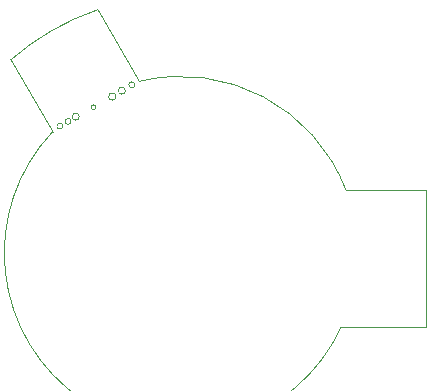
<source format=gbr>
%TF.GenerationSoftware,KiCad,Pcbnew,8.0.4*%
%TF.CreationDate,2024-10-21T16:59:15+03:00*%
%TF.ProjectId,PowerServo AE 36V 3.6A 30D,506f7765-7253-4657-9276-6f2041452033,rev?*%
%TF.SameCoordinates,Original*%
%TF.FileFunction,Profile,NP*%
%FSLAX46Y46*%
G04 Gerber Fmt 4.6, Leading zero omitted, Abs format (unit mm)*
G04 Created by KiCad (PCBNEW 8.0.4) date 2024-10-21 16:59:15*
%MOMM*%
%LPD*%
G01*
G04 APERTURE LIST*
%TA.AperFunction,Profile*%
%ADD10C,0.050000*%
%TD*%
G04 APERTURE END LIST*
D10*
X107079445Y-79002907D02*
G75*
G02*
X82637075Y-62478826I-13579445J6252907D01*
G01*
X84200000Y-61600000D02*
G75*
G02*
X83700000Y-61600000I-250000J0D01*
G01*
X83700000Y-61600000D02*
G75*
G02*
X84200000Y-61600000I250000J0D01*
G01*
X82637074Y-62478825D02*
X79100000Y-56400000D01*
X86300000Y-60400000D02*
G75*
G02*
X85900000Y-60400000I-200000J0D01*
G01*
X85900000Y-60400000D02*
G75*
G02*
X86300000Y-60400000I200000J0D01*
G01*
X79094221Y-56393393D02*
G75*
G02*
X86450000Y-52150001I14395779J-16457407D01*
G01*
X89988879Y-58203928D02*
G75*
G02*
X107489999Y-67440000I3511121J-14546072D01*
G01*
X88000000Y-59500000D02*
G75*
G02*
X87381968Y-59500000I-309016J0D01*
G01*
X87381968Y-59500000D02*
G75*
G02*
X88000000Y-59500000I309016J0D01*
G01*
X107489999Y-67440000D02*
X114290000Y-67440000D01*
X109200000Y-79040000D02*
X114280000Y-79040000D01*
X88800000Y-59000000D02*
G75*
G02*
X88200000Y-59000000I-300000J0D01*
G01*
X88200000Y-59000000D02*
G75*
G02*
X88800000Y-59000000I300000J0D01*
G01*
X114290000Y-67440000D02*
X114280000Y-79040000D01*
X109200000Y-79040000D02*
X107079445Y-79002907D01*
X89988879Y-58203928D02*
X86450000Y-52150000D01*
X89600000Y-58500000D02*
G75*
G02*
X89092894Y-58500000I-253553J0D01*
G01*
X89092894Y-58500000D02*
G75*
G02*
X89600000Y-58500000I253553J0D01*
G01*
X84900000Y-61200000D02*
G75*
G02*
X84300000Y-61200000I-300000J0D01*
G01*
X84300000Y-61200000D02*
G75*
G02*
X84900000Y-61200000I300000J0D01*
G01*
X83500000Y-62000000D02*
G75*
G02*
X83000000Y-62000000I-250000J0D01*
G01*
X83000000Y-62000000D02*
G75*
G02*
X83500000Y-62000000I250000J0D01*
G01*
M02*

</source>
